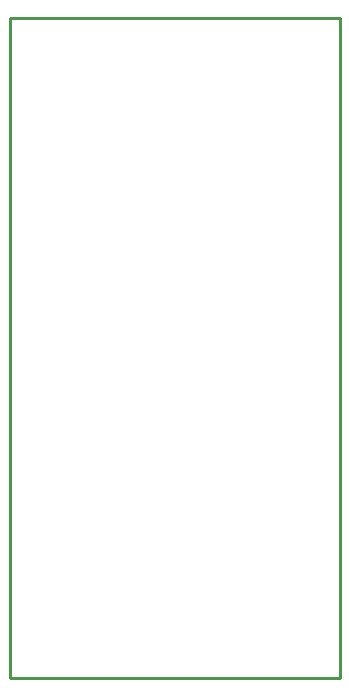
<source format=gbr>
G04 #@! TF.GenerationSoftware,KiCad,Pcbnew,5.1.0-rc2-unknown-036be7d~80~ubuntu16.04.1*
G04 #@! TF.CreationDate,2023-05-16T15:29:05+03:00*
G04 #@! TF.ProjectId,ESP32-S3-DevKit-LiPo_Rev_B,45535033-322d-4533-932d-4465764b6974,B*
G04 #@! TF.SameCoordinates,Original*
G04 #@! TF.FileFunction,Profile,NP*
%FSLAX46Y46*%
G04 Gerber Fmt 4.6, Leading zero omitted, Abs format (unit mm)*
G04 Created by KiCad (PCBNEW 5.1.0-rc2-unknown-036be7d~80~ubuntu16.04.1) date 2023-05-16 15:29:05*
%MOMM*%
%LPD*%
G04 APERTURE LIST*
%ADD10C,0.254000*%
G04 APERTURE END LIST*
D10*
X129540000Y-119380000D02*
X157480000Y-119380000D01*
X129540000Y-63500000D02*
X129540000Y-119380000D01*
X157480000Y-63500000D02*
X129540000Y-63500000D01*
X157480000Y-119380000D02*
X157480000Y-63500000D01*
M02*

</source>
